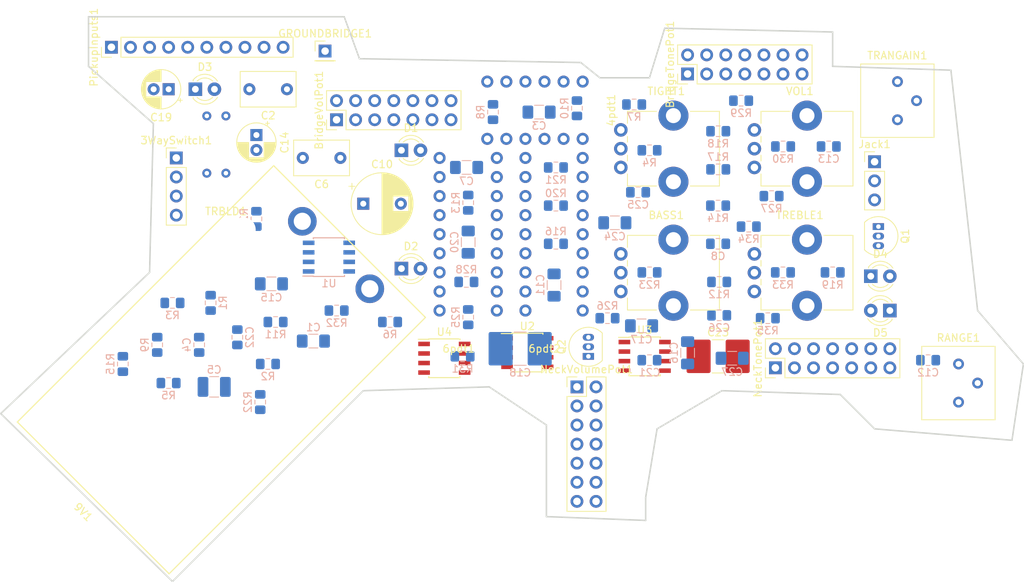
<source format=kicad_pcb>
(kicad_pcb (version 20171130) (host pcbnew "(5.0.0)")
  (layers (0 F.Cu signal) (31 B.Cu signal) (34 B.Paste user) (35 F.Paste user) (36 B.SilkS user) (37 F.SilkS user) (38 B.Mask user) (39 F.Mask user) (44 Edge.Cuts user))
  (net 0 "")
  (net 1 BROUT)
  (net 2 OUT)
  (net 3 NOUT)
  (net 4 BRGRN2)
  (net 5 BRRED)
  (net 6 BRRED2)
  (net 7 BRGRN)
  (net 8 NGRN)
  (net 9 NRED2)
  (net 10 "Net-(4pdt1-Pad6)")
  (net 11 NGRN2)
  (net 12 BVOUTTRAD)
  (net 13 BVINTRAD)
  (net 14 BVOUT)
  (net 15 "Net-(6pdt1-Pad5)")
  (net 16 NVOUTTRAD)
  (net 17 NVINTRAD)
  (net 18 NTONE)
  (net 19 "Net-(6pdt1-Pad11)")
  (net 20 NTONEIN)
  (net 21 BTONEIN)
  (net 22 BRTONEGANG1OUT)
  (net 23 "Net-(6pdt1-Pad18)")
  (net 24 "Net-(6pdt2-Pad18)")
  (net 25 "Net-(6pdt2-Pad17)")
  (net 26 "Net-(6pdt2-Pad16)")
  (net 27 "Net-(6pdt2-Pad15)")
  (net 28 "Net-(6pdt2-Pad14)")
  (net 29 "Net-(6pdt2-Pad13)")
  (net 30 GAINSTAGEPOTIN)
  (net 31 BRTONEGANG2IN)
  (net 32 BRTONEGANG1IN)
  (net 33 "Net-(6pdt2-Pad8)")
  (net 34 BRTONECAPIN)
  (net 35 ODout)
  (net 36 FinalOut)
  (net 37 ODin)
  (net 38 "Net-(9V1-Pad1)")
  (net 39 PWRGND)
  (net 40 "Net-(BASS1-Pad3)")
  (net 41 "Net-(BridgeTonePot1-Pad14)")
  (net 42 "Net-(BridgeTonePot1-Pad12)")
  (net 43 BRWHT)
  (net 44 "Net-(BridgeTonePot1-Pad10)")
  (net 45 BRBLACK)
  (net 46 GAINPOTOUT)
  (net 47 MASTEROUT)
  (net 48 "Net-(BridgeVolPot1-Pad8)")
  (net 49 "Net-(BridgeVolPot1-Pad14)")
  (net 50 "Net-(C1-Pad1)")
  (net 51 "Net-(C2-Pad1)")
  (net 52 "Net-(C3-Pad1)")
  (net 53 "Net-(C3-Pad2)")
  (net 54 "Net-(C4-Pad1)")
  (net 55 "Net-(C5-Pad1)")
  (net 56 "Net-(C6-Pad2)")
  (net 57 "Net-(C7-Pad1)")
  (net 58 "Net-(C8-Pad1)")
  (net 59 "Net-(C8-Pad2)")
  (net 60 "Net-(C10-Pad1)")
  (net 61 "Net-(C12-Pad2)")
  (net 62 PRESIN)
  (net 63 "Net-(C13-Pad1)")
  (net 64 "Net-(C14-Pad1)")
  (net 65 "Net-(C16-Pad1)")
  (net 66 "Net-(C17-Pad2)")
  (net 67 "Net-(C17-Pad1)")
  (net 68 "Net-(C18-Pad1)")
  (net 69 "Net-(C19-Pad1)")
  (net 70 ODMIDIN)
  (net 71 "Net-(C21-Pad2)")
  (net 72 "Net-(C22-Pad1)")
  (net 73 "Net-(C23-Pad1)")
  (net 74 "Net-(C25-Pad1)")
  (net 75 "Net-(C26-Pad2)")
  (net 76 "Net-(C27-Pad1)")
  (net 77 "Net-(D3-Pad1)")
  (net 78 Vref2)
  (net 79 "Net-(NeckTonePot1-Pad14)")
  (net 80 "Net-(NeckTonePot1-Pad12)")
  (net 81 NBLACK)
  (net 82 "Net-(NeckTonePot1-Pad7)")
  (net 83 "Net-(NeckTonePot1-Pad6)")
  (net 84 PRESOUT)
  (net 85 ODMIDGND)
  (net 86 ODMIDOUT)
  (net 87 "Net-(NeckVolumePot1-Pad14)")
  (net 88 "Net-(Q1-Pad2)")
  (net 89 "Net-(Q2-Pad2)")
  (net 90 Vref)
  (net 91 "Net-(R15-Pad2)")
  (net 92 "Net-(R7-Pad2)")
  (net 93 "Net-(R13-Pad1)")
  (net 94 "Net-(R17-Pad1)")
  (net 95 "Net-(R22-Pad1)")
  (net 96 "Net-(R27-Pad1)")
  (net 97 "Net-(R28-Pad1)")
  (net 98 "Net-(R29-Pad1)")
  (net 99 "Net-(R30-Pad2)")
  (net 100 "Net-(TREBLE1-Pad2)")
  (module Pin_Headers:Pin_Header_Straight_1x04_Pitch2.54mm (layer F.Cu) (at 66.548 48.26)
    (fp_text reference 3WaySwitch1 (at 0 -2.33) (layer F.SilkS))
    (fp_text value Conn_01x04)
    (pad 4 thru_hole oval (at 0 7.62) (size 1.7 1.7) (drill 1) (layers *.Cu *.Mask) (net 1 BROUT))
    (pad 3 thru_hole oval (at 0 5.08) (size 1.7 1.7) (drill 1) (layers *.Cu *.Mask) (net 2 OUT))
    (pad 2 thru_hole oval (at 0 2.54) (size 1.7 1.7) (drill 1) (layers *.Cu *.Mask) (net 3 NOUT))
    (pad 1 thru_hole rect (at 0 0) (size 1.7 1.7) (drill 1) (layers *.Cu *.Mask) (net 4 BRGRN2))
  )
  (module 4pdtFP:4pdtFP (layer F.Cu) (at 133.35 43.18 90)
    (fp_text reference 4pdt1 (at 1.27 -8.89 90) (layer F.SilkS))
    (fp_text value Conn_02x06_Counter_Clockwise)
    (pad 1 thru_hole circle (at -2.54 -25.4 90) (size 1.6 1.6) (drill 0.9) (layers *.Cu *.Mask) (net 5 BRRED))
    (pad 2 thru_hole circle (at -2.54 -22.86 90) (size 1.6 1.6) (drill 0.9) (layers *.Cu *.Mask) (net 6 BRRED2))
    (pad 3 thru_hole circle (at -2.54 -20.32 90) (size 1.6 1.6) (drill 0.9) (layers *.Cu *.Mask) (net 7 BRGRN))
    (pad 4 thru_hole circle (at -2.54 -17.78 90) (size 1.6 1.6) (drill 0.9) (layers *.Cu *.Mask) (net 8 NGRN))
    (pad 5 thru_hole circle (at -2.54 -15.24 90) (size 1.6 1.6) (drill 0.9) (layers *.Cu *.Mask) (net 9 NRED2))
    (pad 6 thru_hole circle (at -2.54 -12.7 90) (size 1.6 1.6) (drill 0.9) (layers *.Cu *.Mask) (net 10 "Net-(4pdt1-Pad6)"))
    (pad 7 thru_hole circle (at 5.08 -12.7 90) (size 1.6 1.6) (drill 0.9) (layers *.Cu *.Mask) (net 10 "Net-(4pdt1-Pad6)"))
    (pad 8 thru_hole circle (at 5.08 -15.24 90) (size 1.6 1.6) (drill 0.9) (layers *.Cu *.Mask) (net 11 NGRN2))
    (pad 9 thru_hole circle (at 5.08 -17.78 90) (size 1.6 1.6) (drill 0.9) (layers *.Cu *.Mask) (net 8 NGRN))
    (pad 10 thru_hole circle (at 5.08 -20.32 90) (size 1.6 1.6) (drill 0.9) (layers *.Cu *.Mask) (net 5 BRRED))
    (pad 11 thru_hole circle (at 5.08 -22.86 90) (size 1.6 1.6) (drill 0.9) (layers *.Cu *.Mask) (net 4 BRGRN2))
    (pad 12 thru_hole circle (at 5.08 -25.4 90) (size 1.6 1.6) (drill 0.9) (layers *.Cu *.Mask) (net 7 BRGRN))
  )
  (module 6pdtFP:6pdtFP (layer F.Cu) (at 104.14 76.2)
    (fp_text reference 6pdt1 (at 0 -2.54) (layer F.SilkS))
    (fp_text value Conn_02x09_Odd_Even)
    (pad 1 thru_hole circle (at -2.54 -27.94) (size 1.6 1.6) (drill 0.9) (layers *.Cu *.Mask) (net 12 BVOUTTRAD))
    (pad 2 thru_hole circle (at 5.08 -27.94) (size 1.6 1.6) (drill 0.9) (layers *.Cu *.Mask) (net 13 BVINTRAD))
    (pad 3 thru_hole circle (at -2.54 -25.4) (size 1.6 1.6) (drill 0.9) (layers *.Cu *.Mask) (net 14 BVOUT))
    (pad 4 thru_hole circle (at 5.08 -25.4) (size 1.6 1.6) (drill 0.9) (layers *.Cu *.Mask) (net 6 BRRED2))
    (pad 5 thru_hole circle (at -2.54 -22.86) (size 1.6 1.6) (drill 0.9) (layers *.Cu *.Mask) (net 15 "Net-(6pdt1-Pad5)"))
    (pad 6 thru_hole circle (at 5.08 -22.86) (size 1.6 1.6) (drill 0.9) (layers *.Cu *.Mask) (net 15 "Net-(6pdt1-Pad5)"))
    (pad 7 thru_hole circle (at -2.54 -20.32) (size 1.6 1.6) (drill 0.9) (layers *.Cu *.Mask) (net 16 NVOUTTRAD))
    (pad 8 thru_hole circle (at 5.08 -20.32) (size 1.6 1.6) (drill 0.9) (layers *.Cu *.Mask) (net 17 NVINTRAD))
    (pad 9 thru_hole circle (at -2.54 -17.78) (size 1.6 1.6) (drill 0.9) (layers *.Cu *.Mask) (net 3 NOUT))
    (pad 10 thru_hole circle (at 5.08 -17.78) (size 1.6 1.6) (drill 0.9) (layers *.Cu *.Mask) (net 18 NTONE))
    (pad 11 thru_hole circle (at -2.54 -15.24) (size 1.6 1.6) (drill 0.9) (layers *.Cu *.Mask) (net 19 "Net-(6pdt1-Pad11)"))
    (pad 12 thru_hole circle (at 5.08 -15.24) (size 1.6 1.6) (drill 0.9) (layers *.Cu *.Mask) (net 19 "Net-(6pdt1-Pad11)"))
    (pad 13 thru_hole circle (at -2.54 -12.7) (size 1.6 1.6) (drill 0.9) (layers *.Cu *.Mask) (net 6 BRRED2))
    (pad 14 thru_hole circle (at 5.08 -12.7) (size 1.6 1.6) (drill 0.9) (layers *.Cu *.Mask) (net 20 NTONEIN))
    (pad 15 thru_hole circle (at -2.54 -10.16) (size 1.6 1.6) (drill 0.9) (layers *.Cu *.Mask) (net 21 BTONEIN))
    (pad 16 thru_hole circle (at 5.08 -10.16) (size 1.6 1.6) (drill 0.9) (layers *.Cu *.Mask) (net 18 NTONE))
    (pad 17 thru_hole circle (at -2.54 -7.62) (size 1.6 1.6) (drill 0.9) (layers *.Cu *.Mask) (net 22 BRTONEGANG1OUT))
    (pad 18 thru_hole circle (at 5.08 -7.62) (size 1.6 1.6) (drill 0.9) (layers *.Cu *.Mask) (net 23 "Net-(6pdt1-Pad18)"))
  )
  (module 6pdtFP:6pdtFP (layer F.Cu) (at 115.57 76.2)
    (fp_text reference 6pdt2 (at 0 -2.54) (layer F.SilkS))
    (fp_text value Conn_02x09_Odd_Even)
    (pad 18 thru_hole circle (at 5.08 -7.62) (size 1.6 1.6) (drill 0.9) (layers *.Cu *.Mask) (net 24 "Net-(6pdt2-Pad18)"))
    (pad 17 thru_hole circle (at -2.54 -7.62) (size 1.6 1.6) (drill 0.9) (layers *.Cu *.Mask) (net 25 "Net-(6pdt2-Pad17)"))
    (pad 16 thru_hole circle (at 5.08 -10.16) (size 1.6 1.6) (drill 0.9) (layers *.Cu *.Mask) (net 26 "Net-(6pdt2-Pad16)"))
    (pad 15 thru_hole circle (at -2.54 -10.16) (size 1.6 1.6) (drill 0.9) (layers *.Cu *.Mask) (net 27 "Net-(6pdt2-Pad15)"))
    (pad 14 thru_hole circle (at 5.08 -12.7) (size 1.6 1.6) (drill 0.9) (layers *.Cu *.Mask) (net 28 "Net-(6pdt2-Pad14)"))
    (pad 13 thru_hole circle (at -2.54 -12.7) (size 1.6 1.6) (drill 0.9) (layers *.Cu *.Mask) (net 29 "Net-(6pdt2-Pad13)"))
    (pad 12 thru_hole circle (at 5.08 -15.24) (size 1.6 1.6) (drill 0.9) (layers *.Cu *.Mask) (net 30 GAINSTAGEPOTIN))
    (pad 11 thru_hole circle (at -2.54 -15.24) (size 1.6 1.6) (drill 0.9) (layers *.Cu *.Mask) (net 31 BRTONEGANG2IN))
    (pad 10 thru_hole circle (at 5.08 -17.78) (size 1.6 1.6) (drill 0.9) (layers *.Cu *.Mask) (net 32 BRTONEGANG1IN))
    (pad 9 thru_hole circle (at -2.54 -17.78) (size 1.6 1.6) (drill 0.9) (layers *.Cu *.Mask) (net 22 BRTONEGANG1OUT))
    (pad 8 thru_hole circle (at 5.08 -20.32) (size 1.6 1.6) (drill 0.9) (layers *.Cu *.Mask) (net 33 "Net-(6pdt2-Pad8)"))
    (pad 7 thru_hole circle (at -2.54 -20.32) (size 1.6 1.6) (drill 0.9) (layers *.Cu *.Mask) (net 34 BRTONECAPIN))
    (pad 6 thru_hole circle (at 5.08 -22.86) (size 1.6 1.6) (drill 0.9) (layers *.Cu *.Mask) (net 35 ODout))
    (pad 5 thru_hole circle (at -2.54 -22.86) (size 1.6 1.6) (drill 0.9) (layers *.Cu *.Mask) (net 2 OUT))
    (pad 4 thru_hole circle (at 5.08 -25.4) (size 1.6 1.6) (drill 0.9) (layers *.Cu *.Mask) (net 36 FinalOut))
    (pad 3 thru_hole circle (at -2.54 -25.4) (size 1.6 1.6) (drill 0.9) (layers *.Cu *.Mask) (net 37 ODin))
    (pad 2 thru_hole circle (at 5.08 -27.94) (size 1.6 1.6) (drill 0.9) (layers *.Cu *.Mask) (net 2 OUT))
    (pad 1 thru_hole circle (at -2.54 -27.94) (size 1.6 1.6) (drill 0.9) (layers *.Cu *.Mask) (net 4 BRGRN2))
  )
  (module 9vHolder:9vholder (layer F.Cu) (at 56.388 101.6 315)
    (fp_text reference 9V1 (at -5.969 -2.794 315) (layer F.SilkS))
    (fp_text value Battery)
    (pad 1 thru_hole circle (at 0 -50.799999 315) (size 3.81 3.81) (drill 2.286) (layers *.Cu *.Mask) (net 38 "Net-(9V1-Pad1)"))
    (pad 2 thru_hole circle (at -12.700001 -50.8 315) (size 3.81 3.81) (drill 2.286) (layers *.Cu *.Mask) (net 39 PWRGND))
    (pad "" np_thru_hole circle (at -17.4625 -44.45 315) (size 3.302 3.302) (drill 3.302) (layers *.Cu *.Mask))
    (pad "" np_thru_hole circle (at 4.7625 -44.449999 315) (size 3.302 3.302) (drill 3.302) (layers *.Cu *.Mask))
    (pad "" np_thru_hole circle (at 4.762501 -9.8425 315) (size 3.302 3.302) (drill 3.302) (layers *.Cu *.Mask))
    (pad "" np_thru_hole circle (at -17.4625 -9.8425 315) (size 3.302 3.302) (drill 3.302) (layers *.Cu *.Mask))
  )
  (module Potentiometer_THT:Potentiometer_Bourns_PTV09A-1_Single_Vertical (layer F.Cu) (at 125.73 66.04)
    (fp_text reference BASS1 (at 6.05 -10.15) (layer F.SilkS))
    (fp_text value 100k)
    (pad "" np_thru_hole circle (at 7 1.9) (size 4 4) (drill 2) (layers *.Cu *.Mask))
    (pad "" np_thru_hole circle (at 7 -6.9) (size 4 4) (drill 2) (layers *.Cu *.Mask))
    (pad 1 thru_hole circle (at 0 0) (size 1.8 1.8) (drill 1) (layers *.Cu *.Mask) (net 4 BRGRN2))
    (pad 2 thru_hole circle (at 0 -2.5) (size 1.8 1.8) (drill 1) (layers *.Cu *.Mask) (net 4 BRGRN2))
    (pad 3 thru_hole circle (at 0 -5) (size 1.8 1.8) (drill 1) (layers *.Cu *.Mask) (net 40 "Net-(BASS1-Pad3)"))
  )
  (module Pin_Headers:Pin_Header_Straight_2x07_Pitch2.54mm (layer F.Cu) (at 134.62 37.084 90)
    (fp_text reference BridgeTonePot1 (at 1.27 -2.33 90) (layer F.SilkS))
    (fp_text value Conn_02x07_Odd_Even)
    (pad 14 thru_hole oval (at 2.54 15.24 90) (size 1.7 1.7) (drill 1) (layers *.Cu *.Mask) (net 41 "Net-(BridgeTonePot1-Pad14)"))
    (pad 13 thru_hole oval (at 0 15.24 90) (size 1.7 1.7) (drill 1) (layers *.Cu *.Mask) (net 4 BRGRN2))
    (pad 12 thru_hole oval (at 2.54 12.7 90) (size 1.7 1.7) (drill 1) (layers *.Cu *.Mask) (net 42 "Net-(BridgeTonePot1-Pad12)"))
    (pad 11 thru_hole oval (at 0 12.7 90) (size 1.7 1.7) (drill 1) (layers *.Cu *.Mask) (net 43 BRWHT))
    (pad 10 thru_hole oval (at 2.54 10.16 90) (size 1.7 1.7) (drill 1) (layers *.Cu *.Mask) (net 44 "Net-(BridgeTonePot1-Pad10)"))
    (pad 9 thru_hole oval (at 0 10.16 90) (size 1.7 1.7) (drill 1) (layers *.Cu *.Mask) (net 42 "Net-(BridgeTonePot1-Pad12)"))
    (pad 8 thru_hole oval (at 2.54 7.62 90) (size 1.7 1.7) (drill 1) (layers *.Cu *.Mask) (net 45 BRBLACK))
    (pad 7 thru_hole oval (at 0 7.62 90) (size 1.7 1.7) (drill 1) (layers *.Cu *.Mask) (net 4 BRGRN2))
    (pad 6 thru_hole oval (at 2.54 5.08 90) (size 1.7 1.7) (drill 1) (layers *.Cu *.Mask) (net 32 BRTONEGANG1IN))
    (pad 5 thru_hole oval (at 0 5.08 90) (size 1.7 1.7) (drill 1) (layers *.Cu *.Mask) (net 21 BTONEIN))
    (pad 4 thru_hole oval (at 2.54 2.54 90) (size 1.7 1.7) (drill 1) (layers *.Cu *.Mask) (net 22 BRTONEGANG1OUT))
    (pad 3 thru_hole oval (at 0 2.54 90) (size 1.7 1.7) (drill 1) (layers *.Cu *.Mask) (net 31 BRTONEGANG2IN))
    (pad 2 thru_hole oval (at 2.54 0 90) (size 1.7 1.7) (drill 1) (layers *.Cu *.Mask) (net 46 GAINPOTOUT))
    (pad 1 thru_hole rect (at 0 0 90) (size 1.7 1.7) (drill 1) (layers *.Cu *.Mask) (net 46 GAINPOTOUT))
  )
  (module Pin_Headers:Pin_Header_Straight_2x07_Pitch2.54mm (layer F.Cu) (at 87.884 43.18 90)
    (fp_text reference BridgeVolPot1 (at 1.27 -2.33 90) (layer F.SilkS))
    (fp_text value Conn_02x07_Odd_Even)
    (pad 1 thru_hole rect (at 0 0 90) (size 1.7 1.7) (drill 1) (layers *.Cu *.Mask) (net 4 BRGRN2))
    (pad 2 thru_hole oval (at 2.54 0 90) (size 1.7 1.7) (drill 1) (layers *.Cu *.Mask) (net 47 MASTEROUT))
    (pad 3 thru_hole oval (at 0 2.54 90) (size 1.7 1.7) (drill 1) (layers *.Cu *.Mask) (net 37 ODin))
    (pad 4 thru_hole oval (at 2.54 2.54 90) (size 1.7 1.7) (drill 1) (layers *.Cu *.Mask) (net 4 BRGRN2))
    (pad 5 thru_hole oval (at 0 5.08 90) (size 1.7 1.7) (drill 1) (layers *.Cu *.Mask) (net 12 BVOUTTRAD))
    (pad 6 thru_hole oval (at 2.54 5.08 90) (size 1.7 1.7) (drill 1) (layers *.Cu *.Mask) (net 13 BVINTRAD))
    (pad 7 thru_hole oval (at 0 7.62 90) (size 1.7 1.7) (drill 1) (layers *.Cu *.Mask) (net 14 BVOUT))
    (pad 8 thru_hole oval (at 2.54 7.62 90) (size 1.7 1.7) (drill 1) (layers *.Cu *.Mask) (net 48 "Net-(BridgeVolPot1-Pad8)"))
    (pad 9 thru_hole oval (at 0 10.16 90) (size 1.7 1.7) (drill 1) (layers *.Cu *.Mask) (net 4 BRGRN2))
    (pad 10 thru_hole oval (at 2.54 10.16 90) (size 1.7 1.7) (drill 1) (layers *.Cu *.Mask) (net 3 NOUT))
    (pad 11 thru_hole oval (at 0 12.7 90) (size 1.7 1.7) (drill 1) (layers *.Cu *.Mask) (net 1 BROUT))
    (pad 12 thru_hole oval (at 2.54 12.7 90) (size 1.7 1.7) (drill 1) (layers *.Cu *.Mask) (net 14 BVOUT))
    (pad 13 thru_hole oval (at 0 15.24 90) (size 1.7 1.7) (drill 1) (layers *.Cu *.Mask) (net 4 BRGRN2))
    (pad 14 thru_hole oval (at 2.54 15.24 90) (size 1.7 1.7) (drill 1) (layers *.Cu *.Mask) (net 49 "Net-(BridgeVolPot1-Pad14)"))
  )
  (module Capacitor_SMD:C_1206_3216Metric_Pad1.42x1.75mm_HandSolder (layer B.Cu) (at 84.7995 72.644 180)
    (fp_text reference C1 (at 0 1.82 180) (layer B.SilkS) (effects (justify mirror)))
    (fp_text value 22n)
    (pad 2 smd roundrect (at 1.4875 0 180) (size 1.425 1.75) (layers B.Cu B.Paste B.Mask) (roundrect_rratio 0.175439) (net 47 MASTEROUT))
    (pad 1 smd roundrect (at -1.4875 0 180) (size 1.425 1.75) (layers B.Cu B.Paste B.Mask) (roundrect_rratio 0.175439) (net 50 "Net-(C1-Pad1)"))
  )
  (module Capacitor_THT:C_Rect_L7.2mm_W4.5mm_P5.00mm_FKS2_FKP2_MKS2_MKP2 (layer F.Cu) (at 81.28 39.116 180)
    (fp_text reference C2 (at 2.5 -3.5 180) (layer F.SilkS))
    (fp_text value 47p)
    (pad 1 thru_hole circle (at 0 0 180) (size 1.6 1.6) (drill 0.8) (layers *.Cu *.Mask) (net 51 "Net-(C2-Pad1)"))
    (pad 2 thru_hole circle (at 5 0 180) (size 1.6 1.6) (drill 0.8) (layers *.Cu *.Mask) (net 4 BRGRN2))
  )
  (module Capacitor_SMD:C_1206_3216Metric_Pad1.42x1.75mm_HandSolder (layer B.Cu) (at 114.8445 42.164)
    (fp_text reference C3 (at 0 1.82) (layer B.SilkS) (effects (justify mirror)))
    (fp_text value 10n)
    (pad 1 smd roundrect (at -1.4875 0) (size 1.425 1.75) (layers B.Cu B.Paste B.Mask) (roundrect_rratio 0.175439) (net 52 "Net-(C3-Pad1)"))
    (pad 2 smd roundrect (at 1.4875 0) (size 1.425 1.75) (layers B.Cu B.Paste B.Mask) (roundrect_rratio 0.175439) (net 53 "Net-(C3-Pad2)"))
  )
  (module Capacitor_SMD:C_0805_2012Metric_Pad1.15x1.40mm_HandSolder (layer B.Cu) (at 69.596 73.143 270)
    (fp_text reference C4 (at 0 1.65 270) (layer B.SilkS) (effects (justify mirror)))
    (fp_text value 1n)
    (pad 2 smd roundrect (at 1.025 0 270) (size 1.15 1.4) (layers B.Cu B.Paste B.Mask) (roundrect_rratio 0.217391) (net 4 BRGRN2))
    (pad 1 smd roundrect (at -1.025 0 270) (size 1.15 1.4) (layers B.Cu B.Paste B.Mask) (roundrect_rratio 0.217391) (net 54 "Net-(C4-Pad1)"))
  )
  (module Capacitor_SMD:C_1210_3225Metric_Pad1.42x2.65mm_HandSolder (layer B.Cu) (at 71.5915 78.74 180)
    (fp_text reference C5 (at 0 2.28 180) (layer B.SilkS) (effects (justify mirror)))
    (fp_text value 100n)
    (pad 1 smd roundrect (at -1.4875 0 180) (size 1.425 2.65) (layers B.Cu B.Paste B.Mask) (roundrect_rratio 0.175439) (net 55 "Net-(C5-Pad1)"))
    (pad 2 smd roundrect (at 1.4875 0 180) (size 1.425 2.65) (layers B.Cu B.Paste B.Mask) (roundrect_rratio 0.175439) (net 4 BRGRN2))
  )
  (module Capacitor_THT:C_Rect_L7.2mm_W4.5mm_P5.00mm_FKS2_FKP2_MKS2_MKP2 (layer F.Cu) (at 88.392 48.26 180)
    (fp_text reference C6 (at 2.5 -3.5 180) (layer F.SilkS))
    (fp_text value 47p)
    (pad 2 thru_hole circle (at 5 0 180) (size 1.6 1.6) (drill 0.8) (layers *.Cu *.Mask) (net 56 "Net-(C6-Pad2)"))
    (pad 1 thru_hole circle (at 0 0 180) (size 1.6 1.6) (drill 0.8) (layers *.Cu *.Mask) (net 30 GAINSTAGEPOTIN))
  )
  (module Capacitor_SMD:C_1206_3216Metric_Pad1.42x1.75mm_HandSolder (layer B.Cu) (at 105.1925 49.53)
    (fp_text reference C7 (at 0 1.82) (layer B.SilkS) (effects (justify mirror)))
    (fp_text value 47n)
    (pad 2 smd roundrect (at 1.4875 0) (size 1.425 1.75) (layers B.Cu B.Paste B.Mask) (roundrect_rratio 0.175439) (net 30 GAINSTAGEPOTIN))
    (pad 1 smd roundrect (at -1.4875 0) (size 1.425 1.75) (layers B.Cu B.Paste B.Mask) (roundrect_rratio 0.175439) (net 57 "Net-(C7-Pad1)"))
  )
  (module Capacitor_SMD:C_0805_2012Metric_Pad1.15x1.40mm_HandSolder (layer B.Cu) (at 138.675 59.69)
    (fp_text reference C8 (at 0 1.65) (layer B.SilkS) (effects (justify mirror)))
    (fp_text value 470p)
    (pad 1 smd roundrect (at -1.025 0) (size 1.15 1.4) (layers B.Cu B.Paste B.Mask) (roundrect_rratio 0.217391) (net 58 "Net-(C8-Pad1)"))
    (pad 2 smd roundrect (at 1.025 0) (size 1.15 1.4) (layers B.Cu B.Paste B.Mask) (roundrect_rratio 0.217391) (net 59 "Net-(C8-Pad2)"))
  )
  (module Capacitor_THT:CP_Radial_D8.0mm_P5.00mm (layer F.Cu) (at 91.44 54.356)
    (fp_text reference C10 (at 2.5 -5.25) (layer F.SilkS))
    (fp_text value 100u)
    (pad 1 thru_hole rect (at 0 0) (size 1.6 1.6) (drill 0.8) (layers *.Cu *.Mask) (net 60 "Net-(C10-Pad1)"))
    (pad 2 thru_hole circle (at 5 0) (size 1.6 1.6) (drill 0.8) (layers *.Cu *.Mask) (net 4 BRGRN2))
  )
  (module Capacitor_SMD:C_1206_3216Metric_Pad1.42x1.75mm_HandSolder (layer B.Cu) (at 116.84 65.1875 270)
    (fp_text reference C11 (at 0 1.82 270) (layer B.SilkS) (effects (justify mirror)))
    (fp_text value 100n)
    (pad 1 smd roundrect (at -1.4875 0 270) (size 1.425 1.75) (layers B.Cu B.Paste B.Mask) (roundrect_rratio 0.175439) (net 60 "Net-(C10-Pad1)"))
    (pad 2 smd roundrect (at 1.4875 0 270) (size 1.425 1.75) (layers B.Cu B.Paste B.Mask) (roundrect_rratio 0.175439) (net 4 BRGRN2))
  )
  (module Capacitor_SMD:C_0805_2012Metric_Pad1.15x1.40mm_HandSolder (layer B.Cu) (at 166.633 75.184)
    (fp_text reference C12 (at 0 1.65) (layer B.SilkS) (effects (justify mirror)))
    (fp_text value 220p)
    (pad 2 smd roundrect (at 1.025 0) (size 1.15 1.4) (layers B.Cu B.Paste B.Mask) (roundrect_rratio 0.217391) (net 61 "Net-(C12-Pad2)"))
    (pad 1 smd roundrect (at -1.025 0) (size 1.15 1.4) (layers B.Cu B.Paste B.Mask) (roundrect_rratio 0.217391) (net 62 PRESIN))
  )
  (module Capacitor_SMD:C_0805_2012Metric_Pad1.15x1.40mm_HandSolder (layer B.Cu) (at 153.407 46.736)
    (fp_text reference C13 (at 0 1.65) (layer B.SilkS) (effects (justify mirror)))
    (fp_text value 10n)
    (pad 2 smd roundrect (at 1.025 0) (size 1.15 1.4) (layers B.Cu B.Paste B.Mask) (roundrect_rratio 0.217391) (net 4 BRGRN2))
    (pad 1 smd roundrect (at -1.025 0) (size 1.15 1.4) (layers B.Cu B.Paste B.Mask) (roundrect_rratio 0.217391) (net 63 "Net-(C13-Pad1)"))
  )
  (module Capacitor_THT:CP_Radial_D5.0mm_P2.00mm (layer F.Cu) (at 77.216 45.212 270)
    (fp_text reference C14 (at 1 -3.75 270) (layer F.SilkS))
    (fp_text value 22u)
    (pad 1 thru_hole rect (at 0 0 270) (size 1.6 1.6) (drill 0.8) (layers *.Cu *.Mask) (net 64 "Net-(C14-Pad1)"))
    (pad 2 thru_hole circle (at 2 0 270) (size 1.6 1.6) (drill 0.8) (layers *.Cu *.Mask) (net 4 BRGRN2))
  )
  (module Capacitor_SMD:C_1206_3216Metric_Pad1.42x1.75mm_HandSolder (layer B.Cu) (at 79.2115 65.024)
    (fp_text reference C15 (at 0 1.82) (layer B.SilkS) (effects (justify mirror)))
    (fp_text value 100n)
    (pad 2 smd roundrect (at 1.4875 0) (size 1.425 1.75) (layers B.Cu B.Paste B.Mask) (roundrect_rratio 0.175439) (net 4 BRGRN2))
    (pad 1 smd roundrect (at -1.4875 0) (size 1.425 1.75) (layers B.Cu B.Paste B.Mask) (roundrect_rratio 0.175439) (net 64 "Net-(C14-Pad1)"))
  )
  (module Capacitor_SMD:C_1206_3216Metric_Pad1.42x1.75mm_HandSolder (layer B.Cu) (at 134.62 74.2045 270)
    (fp_text reference C16 (at 0 1.82 270) (layer B.SilkS) (effects (justify mirror)))
    (fp_text value 4.7n)
    (pad 1 smd roundrect (at -1.4875 0 270) (size 1.425 1.75) (layers B.Cu B.Paste B.Mask) (roundrect_rratio 0.175439) (net 65 "Net-(C16-Pad1)"))
    (pad 2 smd roundrect (at 1.4875 0 270) (size 1.425 1.75) (layers B.Cu B.Paste B.Mask) (roundrect_rratio 0.175439) (net 4 BRGRN2))
  )
  (module Capacitor_SMD:C_1206_3216Metric_Pad1.42x1.75mm_HandSolder (layer B.Cu) (at 128.4875 70.612)
    (fp_text reference C17 (at 0 1.82) (layer B.SilkS) (effects (justify mirror)))
    (fp_text value 22n)
    (pad 2 smd roundrect (at 1.4875 0) (size 1.425 1.75) (layers B.Cu B.Paste B.Mask) (roundrect_rratio 0.175439) (net 66 "Net-(C17-Pad2)"))
    (pad 1 smd roundrect (at -1.4875 0) (size 1.425 1.75) (layers B.Cu B.Paste B.Mask) (roundrect_rratio 0.175439) (net 67 "Net-(C17-Pad1)"))
  )
  (module Capacitor_SMD:C_2816_7142Metric_Pad3.20x4.45mm_HandSolder (layer B.Cu) (at 112.328 73.66)
    (fp_text reference C18 (at 0 3.18) (layer B.SilkS) (effects (justify mirror)))
    (fp_text value 220n)
    (pad 2 smd roundrect (at 2.6 0) (size 3.2 4.45) (layers B.Cu B.Paste B.Mask) (roundrect_rratio 0.078125) (net 40 "Net-(BASS1-Pad3)"))
    (pad 1 smd roundrect (at -2.6 0) (size 3.2 4.45) (layers B.Cu B.Paste B.Mask) (roundrect_rratio 0.078125) (net 68 "Net-(C18-Pad1)"))
  )
  (module Capacitor_THT:CP_Radial_D5.0mm_P2.00mm (layer F.Cu) (at 65.532 39.116 180)
    (fp_text reference C19 (at 1 -3.75 180) (layer F.SilkS))
    (fp_text value 22u)
    (pad 2 thru_hole circle (at 2 0 180) (size 1.6 1.6) (drill 0.8) (layers *.Cu *.Mask) (net 4 BRGRN2))
    (pad 1 thru_hole rect (at 0 0 180) (size 1.6 1.6) (drill 0.8) (layers *.Cu *.Mask) (net 69 "Net-(C19-Pad1)"))
  )
  (module Capacitor_SMD:C_1206_3216Metric_Pad1.42x1.75mm_HandSolder (layer B.Cu) (at 105.41 59.4725 270)
    (fp_text reference C20 (at 0 1.82 270) (layer B.SilkS) (effects (justify mirror)))
    (fp_text value 100n)
    (pad 1 smd roundrect (at -1.4875 0 270) (size 1.425 1.75) (layers B.Cu B.Paste B.Mask) (roundrect_rratio 0.175439) (net 69 "Net-(C19-Pad1)"))
    (pad 2 smd roundrect (at 1.4875 0 270) (size 1.425 1.75) (layers B.Cu B.Paste B.Mask) (roundrect_rratio 0.175439) (net 4 BRGRN2))
  )
  (module Capacitor_SMD:C_0805_2012Metric_Pad1.15x1.40mm_HandSolder (layer B.Cu) (at 129.54 75.184)
    (fp_text reference C21 (at 0 1.65) (layer B.SilkS) (effects (justify mirror)))
    (fp_text value 2.2n)
    (pad 1 smd roundrect (at -1.025 0) (size 1.15 1.4) (layers B.Cu B.Paste B.Mask) (roundrect_rratio 0.217391) (net 70 ODMIDIN))
    (pad 2 smd roundrect (at 1.025 0) (size 1.15 1.4) (layers B.Cu B.Paste B.Mask) (roundrect_rratio 0.217391) (net 71 "Net-(C21-Pad2)"))
  )
  (module Capacitor_SMD:C_0805_2012Metric_Pad1.15x1.40mm_HandSolder (layer B.Cu) (at 74.676 72.136 90)
    (fp_text reference C22 (at 0 1.65 90) (layer B.SilkS) (effects (justify mirror)))
    (fp_text value 10n)
    (pad 1 smd roundrect (at -1.025 0 90) (size 1.15 1.4) (layers B.Cu B.Paste B.Mask) (roundrect_rratio 0.217391) (net 72 "Net-(C22-Pad1)"))
    (pad 2 smd roundrect (at 1.025 0 90) (size 1.15 1.4) (layers B.Cu B.Paste B.Mask) (roundrect_rratio 0.217391) (net 4 BRGRN2))
  )
  (module Capacitor_SMD:C_2816_7142Metric_Pad3.20x4.45mm_HandSolder (layer F.Cu) (at 138.684 74.676)
    (fp_text reference C23 (at 0 -3.18) (layer F.SilkS))
    (fp_text value 220n)
    (pad 1 smd roundrect (at -2.6 0) (size 3.2 4.45) (layers F.Cu F.Paste F.Mask) (roundrect_rratio 0.078125) (net 73 "Net-(C23-Pad1)"))
    (pad 2 smd roundrect (at 2.6 0) (size 3.2 4.45) (layers F.Cu F.Paste F.Mask) (roundrect_rratio 0.078125) (net 70 ODMIDIN))
  )
  (module Capacitor_SMD:C_1206_3216Metric_Pad1.42x1.75mm_HandSolder (layer B.Cu) (at 124.9315 56.896)
    (fp_text reference C24 (at 0 1.82) (layer B.SilkS) (effects (justify mirror)))
    (fp_text value .022u)
    (pad 1 smd roundrect (at -1.4875 0) (size 1.425 1.75) (layers B.Cu B.Paste B.Mask) (roundrect_rratio 0.175439) (net 34 BRTONECAPIN))
    (pad 2 smd roundrect (at 1.4875 0) (size 1.425 1.75) (layers B.Cu B.Paste B.Mask) (roundrect_rratio 0.175439) (net 4 BRGRN2))
  )
  (module Capacitor_SMD:C_0805_2012Metric_Pad1.15x1.40mm_HandSolder (layer B.Cu) (at 128.025 52.832)
    (fp_text reference C25 (at 0 1.65) (layer B.SilkS) (effects (justify mirror)))
    (fp_text value 470p)
    (pad 2 smd roundrect (at 1.025 0) (size 1.15 1.4) (layers B.Cu B.Paste B.Mask) (roundrect_rratio 0.217391) (net 12 BVOUTTRAD))
    (pad 1 smd roundrect (at -1.025 0) (size 1.15 1.4) (layers B.Cu B.Paste B.Mask) (roundrect_rratio 0.217391) (net 74 "Net-(C25-Pad1)"))
  )
  (module Capacitor_SMD:C_0805_2012Metric_Pad1.15x1.40mm_HandSolder (layer B.Cu) (at 138.82 69.215)
    (fp_text reference C26 (at 0 1.65) (layer B.SilkS) (effects (justify mirror)))
    (fp_text value 470p)
    (pad 1 smd roundrect (at -1.025 0) (size 1.15 1.4) (layers B.Cu B.Paste B.Mask) (roundrect_rratio 0.217391) (net 17 NVINTRAD))
    (pad 2 smd roundrect (at 1.025 0) (size 1.15 1.4) (layers B.Cu B.Paste B.Mask) (roundrect_rratio 0.217391) (net 75 "Net-(C26-Pad2)"))
  )
  (module Capacitor_SMD:C_1206_3216Metric_Pad1.42x1.75mm_HandSolder (layer B.Cu) (at 140.5525 74.93)
    (fp_text reference C27 (at 0 1.82) (layer B.SilkS) (effects (justify mirror)))
    (fp_text value .022u)
    (pad 2 smd roundrect (at 1.4875 0) (size 1.425 1.75) (layers B.Cu B.Paste B.Mask) (roundrect_rratio 0.175439) (net 4 BRGRN2))
    (pad 1 smd roundrect (at -1.4875 0) (size 1.425 1.75) (layers B.Cu B.Paste B.Mask) (roundrect_rratio 0.175439) (net 76 "Net-(C27-Pad1)"))
  )
  (module LED_THT:LED_D3.0mm (layer F.Cu) (at 96.52 47.244)
    (fp_text reference D1 (at 1.27 -2.96) (layer F.SilkS))
    (fp_text value LED)
    (pad 1 thru_hole rect (at 0 0) (size 1.8 1.8) (drill 0.9) (layers *.Cu *.Mask) (net 46 GAINPOTOUT))
    (pad 2 thru_hole circle (at 2.54 0) (size 1.8 1.8) (drill 0.9) (layers *.Cu *.Mask) (net 30 GAINSTAGEPOTIN))
  )
  (module LED_THT:LED_D3.0mm (layer F.Cu) (at 96.52 62.992)
    (fp_text reference D2 (at 1.27 -2.96) (layer F.SilkS))
    (fp_text value LED)
    (pad 2 thru_hole circle (at 2.54 0) (size 1.8 1.8) (drill 0.9) (layers *.Cu *.Mask) (net 46 GAINPOTOUT))
    (pad 1 thru_hole rect (at 0 0) (size 1.8 1.8) (drill 0.9) (layers *.Cu *.Mask) (net 30 GAINSTAGEPOTIN))
  )
  (module LED_THT:LED_D3.0mm (layer F.Cu) (at 69.088 39.116)
    (fp_text reference D3 (at 1.27 -2.96) (layer F.SilkS))
    (fp_text value D)
    (pad 1 thru_hole rect (at 0 0) (size 1.8 1.8) (drill 0.9) (layers *.Cu *.Mask) (net 77 "Net-(D3-Pad1)"))
    (pad 2 thru_hole circle (at 2.54 0) (size 1.8 1.8) (drill 0.9) (layers *.Cu *.Mask) (net 38 "Net-(9V1-Pad1)"))
  )
  (module LED_THT:LED_D3.0mm (layer F.Cu) (at 159.004 64.008)
    (fp_text reference D4 (at 1.27 -2.96) (layer F.SilkS))
    (fp_text value LED)
    (pad 1 thru_hole rect (at 0 0) (size 1.8 1.8) (drill 0.9) (layers *.Cu *.Mask) (net 63 "Net-(C13-Pad1)"))
    (pad 2 thru_hole circle (at 2.54 0) (size 1.8 1.8) (drill 0.9) (layers *.Cu *.Mask) (net 78 Vref2))
  )
  (module LED_THT:LED_D3.0mm (layer F.Cu) (at 161.544 68.58 180)
    (fp_text reference D5 (at 1.27 -2.96 180) (layer F.SilkS))
    (fp_text value LED)
    (pad 2 thru_hole circle (at 2.54 0 180) (size 1.8 1.8) (drill 0.9) (layers *.Cu *.Mask) (net 63 "Net-(C13-Pad1)"))
    (pad 1 thru_hole rect (at 0 0 180) (size 1.8 1.8) (drill 0.9) (layers *.Cu *.Mask) (net 78 Vref2))
  )
  (module Pin_Headers:Pin_Header_Straight_1x01_Pitch2.54mm (layer F.Cu) (at 86.36 34.036)
    (fp_text reference GROUNDBRIDGE1 (at 0 -2.33) (layer F.SilkS))
    (fp_text value Conn_01x01)
    (pad 1 thru_hole rect (at 0 0) (size 1.7 1.7) (drill 1) (layers *.Cu *.Mask) (net 4 BRGRN2))
  )
  (module Pin_Headers:Pin_Header_Straight_1x03_Pitch2.54mm (layer F.Cu) (at 159.512 48.768)
    (fp_text reference Jack1 (at 0 -2.33) (layer F.SilkS))
    (fp_text value Conn_01x03)
    (pad 3 thru_hole oval (at 0 5.08) (size 1.7 1.7) (drill 1) (layers *.Cu *.Mask) (net 4 BRGRN2))
    (pad 2 thru_hole oval (at 0 2.54) (size 1.7 1.7) (drill 1) (layers *.Cu *.Mask) (net 36 FinalOut))
    (pad 1 thru_hole rect (at 0 0) (size 1.7 1.7) (drill 1) (layers *.Cu *.Mask) (net 39 PWRGND))
  )
  (module Pin_Headers:Pin_Header_Straight_2x07_Pitch2.54mm (layer F.Cu) (at 146.304 76.2 90)
    (fp_text reference NeckTonePot1 (at 1.27 -2.33 90) (layer F.SilkS))
    (fp_text value Conn_02x07_Odd_Even)
    (pad 14 thru_hole oval (at 2.54 15.24 90) (size 1.7 1.7) (drill 1) (layers *.Cu *.Mask) (net 79 "Net-(NeckTonePot1-Pad14)"))
    (pad 13 thru_hole oval (at 0 15.24 90) (size 1.7 1.7) (drill 1) (layers *.Cu *.Mask) (net 4 BRGRN2))
    (pad 12 thru_hole oval (at 2.54 12.7 90) (size 1.7 1.7) (drill 1) (layers *.Cu *.Mask) (net 80 "Net-(NeckTonePot1-Pad12)"))
    (pad 11 thru_hole oval (at 0 12.7 90) (size 1.7 1.7) (drill 1) (layers *.Cu *.Mask) (net 81 NBLACK))
    (pad 10 thru_hole oval (at 2.54 10.16 90) (size 1.7 1.7) (drill 1) (layers *.Cu *.Mask) (net 48 "Net-(BridgeVolPot1-Pad8)"))
    (pad 9 thru_hole oval (at 0 10.16 90) (size 1.7 1.7) (drill 1) (layers *.Cu *.Mask) (net 44 "Net-(BridgeTonePot1-Pad10)"))
    (pad 8 thru_hole oval (at 2.54 7.62 90) (size 1.7 1.7) (drill 1) (layers *.Cu *.Mask) (net 6 BRRED2))
    (pad 7 thru_hole oval (at 0 7.62 90) (size 1.7 1.7) (drill 1) (layers *.Cu *.Mask) (net 82 "Net-(NeckTonePot1-Pad7)"))
    (pad 6 thru_hole oval (at 2.54 5.08 90) (size 1.7 1.7) (drill 1) (layers *.Cu *.Mask) (net 83 "Net-(NeckTonePot1-Pad6)"))
    (pad 5 thru_hole oval (at 0 5.08 90) (size 1.7 1.7) (drill 1) (layers *.Cu *.Mask) (net 20 NTONEIN))
    (pad 4 thru_hole oval (at 2.54 2.54 90) (size 1.7 1.7) (drill 1) (layers *.Cu *.Mask) (net 76 "Net-(C27-Pad1)"))
    (pad 3 thru_hole oval (at 0 2.54 90) (size 1.7 1.7) (drill 1) (layers *.Cu *.Mask) (net 84 PRESOUT))
    (pad 2 thru_hole oval (at 2.54 0 90) (size 1.7 1.7) (drill 1) (layers *.Cu *.Mask) (net 84 PRESOUT))
    (pad 1 thru_hole rect (at 0 0 90) (size 1.7 1.7) (drill 1) (layers *.Cu *.Mask) (net 62 PRESIN))
  )
  (module Pin_Headers:Pin_Header_Straight_2x07_Pitch2.54mm (layer F.Cu) (at 119.888 78.74)
    (fp_text reference NeckVolumePot1 (at 1.27 -2.33) (layer F.SilkS))
    (fp_text value Conn_02x07_Odd_Even)
    (pad 1 thru_hole rect (at 0 0) (size 1.7 1.7) (drill 1) (layers *.Cu *.Mask) (net 85 ODMIDGND))
    (pad 2 thru_hole oval (at 2.54 0) (size 1.7 1.7) (drill 1) (layers *.Cu *.Mask) (net 86 ODMIDOUT))
    (pad 3 thru_hole oval (at 0 2.54) (size 1.7 1.7) (drill 1) (layers *.Cu *.Mask) (net 70 ODMIDIN))
    (pad 4 thru_hole oval (at 2.54 2.54) (size 1.7 1.7) (drill 1) (layers *.Cu *.Mask) (net 48 "Net-(BridgeVolPot1-Pad8)"))
    (pad 5 thru_hole oval (at 0 5.08) (size 1.7 1.7) (drill 1) (layers *.Cu *.Mask) (net 16 NVOUTTRAD))
    (pad 6 thru_hole oval (at 2.54 5.08) (size 1.7 1.7) (drill 1) (layers *.Cu *.Mask) (net 17 NVINTRAD))
    (pad 7 thru_hole oval (at 0 7.62) (size 1.7 1.7) (drill 1) (layers *.Cu *.Mask) (net 48 "Net-(BridgeVolPot1-Pad8)"))
    (pad 8 thru_hole oval (at 2.54 7.62) (size 1.7 1.7) (drill 1) (layers *.Cu *.Mask) (net 9 NRED2))
    (pad 9 thru_hole oval (at 0 10.16) (size 1.7 1.7) (drill 1) (layers *.Cu *.Mask) (net 18 NTONE))
    (pad 10 thru_hole oval (at 2.54 10.16) (size 1.7 1.7) (drill 1) (layers *.Cu *.Mask) (net 18 NTONE))
    (pad 11 thru_hole oval (at 0 12.7) (size 1.7 1.7) (drill 1) (layers *.Cu *.Mask) (net 11 NGRN2))
    (pad 12 thru_hole oval (at 2.54 12.7) (size 1.7 1.7) (drill 1) (layers *.Cu *.Mask) (net 48 "Net-(BridgeVolPot1-Pad8)"))
    (pad 13 thru_hole oval (at 0 15.24) (size 1.7 1.7) (drill 1) (layers *.Cu *.Mask) (net 4 BRGRN2))
    (pad 14 thru_hole oval (at 2.54 15.24) (size 1.7 1.7) (drill 1) (layers *.Cu *.Mask) (net 87 "Net-(NeckVolumePot1-Pad14)"))
  )
  (module Pin_Headers:Pin_Header_Straight_1x10_Pitch2.54mm (layer F.Cu) (at 57.912 33.528 90)
    (fp_text reference PickupInputs1 (at 0 -2.33 90) (layer F.SilkS))
    (fp_text value Conn_01x10)
    (pad 10 thru_hole oval (at 0 22.86 90) (size 1.7 1.7) (drill 1) (layers *.Cu *.Mask) (net 4 BRGRN2))
    (pad 9 thru_hole oval (at 0 20.32 90) (size 1.7 1.7) (drill 1) (layers *.Cu *.Mask) (net 8 NGRN))
    (pad 8 thru_hole oval (at 0 17.78 90) (size 1.7 1.7) (drill 1) (layers *.Cu *.Mask) (net 81 NBLACK))
    (pad 7 thru_hole oval (at 0 15.24 90) (size 1.7 1.7) (drill 1) (layers *.Cu *.Mask) (net 81 NBLACK))
    (pad 6 thru_hole oval (at 0 12.7 90) (size 1.7 1.7) (drill 1) (layers *.Cu *.Mask) (net 8 NGRN))
    (pad 5 thru_hole oval (at 0 10.16 90) (size 1.7 1.7) (drill 1) (layers *.Cu *.Mask) (net 4 BRGRN2))
    (pad 4 thru_hole oval (at 0 7.62 90) (size 1.7 1.7) (drill 1) (layers *.Cu *.Mask) (net 7 BRGRN))
    (pad 3 thru_hole oval (at 0 5.08 90) (size 1.7 1.7) (drill 1) (layers *.Cu *.Mask) (net 43 BRWHT))
    (pad 2 thru_hole oval (at 0 2.54 90) (size 1.7 1.7) (drill 1) (layers *.Cu *.Mask) (net 45 BRBLACK))
    (pad 1 thru_hole rect (at 0 0 90) (size 1.7 1.7) (drill 1) (layers *.Cu *.Mask) (net 5 BRRED))
  )
  (module TO_SOT_Packages_THT:TO-92_Inline_Narrow_Oval (layer F.Cu) (at 160.02 57.404 270)
    (fp_text reference Q1 (at 1.27 -3.56 270) (layer F.SilkS))
    (fp_text value ZTX951)
    (pad 2 thru_hole oval (at 1.27 0 90) (size 0.9 1.5) (drill 0.6) (layers *.Cu *.Mask) (net 88 "Net-(Q1-Pad2)"))
    (pad 3 thru_hole oval (at 2.54 0 90) (size 0.9 1.5) (drill 0.6) (layers *.Cu *.Mask) (net 59 "Net-(C8-Pad2)"))
    (pad 1 thru_hole rect (at 0 0 90) (size 0.9 1.5) (drill 0.6) (layers *.Cu *.Mask) (net 58 "Net-(C8-Pad1)"))
  )
  (module TO_SOT_Packages_THT:TO-92_Inline_Narrow_Oval (layer F.Cu) (at 121.412 74.676 90)
    (fp_text reference Q2 (at 1.27 -3.56 90) (layer F.SilkS))
    (fp_text value ZTX951)
    (pad 1 thru_hole rect (at 0 0 270) (size 0.9 1.5) (drill 0.6) (layers *.Cu *.Mask) (net 59 "Net-(C8-Pad2)"))
    (pad 3 thru_hole oval (at 2.54 0 270) (size 0.9 1.5) (drill 0.6) (layers *.Cu *.Mask) (net 58 "Net-(C8-Pad1)"))
    (pad 2 thru_hole oval (at 1.27 0 270) (size 0.9 1.5) (drill 0.6) (layers *.Cu *.Mask) (net 89 "Net-(Q2-Pad2)"))
  )
  (module Resistor_SMD:R_0805_2012Metric_Pad1.15x1.40mm_HandSolder (layer B.Cu) (at 71.12 67.555 90)
    (fp_text reference R1 (at 0 1.65 90) (layer B.SilkS) (effects (justify mirror)))
    (fp_text value 1MEG)
    (pad 2 smd roundrect (at 1.025 0 90) (size 1.15 1.4) (layers B.Cu B.Paste B.Mask) (roundrect_rratio 0.217391) (net 4 BRGRN2))
    (pad 1 smd roundrect (at -1.025 0 90) (size 1.15 1.4) (layers B.Cu B.Paste B.Mask) (roundrect_rratio 0.217391) (net 47 MASTEROUT))
  )
  (module Resistor_SMD:R_0805_2012Metric_Pad1.15x1.40mm_HandSolder (layer B.Cu) (at 78.749 75.692)
    (fp_text reference R2 (at 0 1.65) (layer B.SilkS) (effects (justify mirror)))
    (fp_text value 470k)
    (pad 1 smd roundrect (at -1.025 0) (size 1.15 1.4) (layers B.Cu B.Paste B.Mask) (roundrect_rratio 0.217391) (net 90 Vref))
    (pad 2 smd roundrect (at 1.025 0) (size 1.15 1.4) (layers B.Cu B.Paste B.Mask) (roundrect_rratio 0.217391) (net 50 "Net-(C1-Pad1)"))
  )
  (module Resistor_SMD:R_0805_2012Metric_Pad1.15x1.40mm_HandSolder (layer B.Cu) (at 66.04 67.564)
    (fp_text reference R3 (at 0 1.65) (layer B.SilkS) (effects (justify mirror)))
    (fp_text value 10k)
    (pad 2 smd roundrect (at 1.025 0) (size 1.15 1.4) (layers B.Cu B.Paste B.Mask) (roundrect_rratio 0.217391) (net 50 "Net-(C1-Pad1)"))
    (pad 1 smd roundrect (at -1.025 0) (size 1.15 1.4) (layers B.Cu B.Paste B.Mask) (roundrect_rratio 0.217391) (net 51 "Net-(C2-Pad1)"))
  )
  (module Resistor_SMD:R_0805_2012Metric_Pad1.15x1.40mm_HandSolder (layer B.Cu) (at 129.549 47.244)
    (fp_text reference R4 (at 0 1.65) (layer B.SilkS) (effects (justify mirror)))
    (fp_text value 330k)
    (pad 2 smd roundrect (at 1.025 0) (size 1.15 1.4) (layers B.Cu B.Paste B.Mask) (roundrect_rratio 0.217391) (net 12 BVOUTTRAD))
    (pad 1 smd roundrect (at -1.025 0) (size 1.15 1.4) (layers B.Cu B.Paste B.Mask) (roundrect_rratio 0.217391) (net 74 "Net-(C25-Pad1)"))
  )
  (module Resistor_SMD:R_0805_2012Metric_Pad1.15x1.40mm_HandSolder (layer B.Cu) (at 65.523 78.232)
    (fp_text reference R5 (at 0 1.65) (layer B.SilkS) (effects (justify mirror)))
    (fp_text value 22k)
    (pad 1 smd roundrect (at -1.025 0) (size 1.15 1.4) (layers B.Cu B.Paste B.Mask) (roundrect_rratio 0.217391) (net 91 "Net-(R15-Pad2)"))
    (pad 2 smd roundrect (at 1.025 0) (size 1.15 1.4) (layers B.Cu B.Paste B.Mask) (roundrect_rratio 0.217391) (net 90 Vref))
  )
  (module Resistor_SMD:R_0805_2012Metric_Pad1.15x1.40mm_HandSolder (layer B.Cu) (at 95.005 70.104)
    (fp_text reference R6 (at 0 1.65) (layer B.SilkS) (effects (justify mirror)))
    (fp_text value 250k)
    (pad 1 smd roundrect (at -1.025 0) (size 1.15 1.4) (layers B.Cu B.Paste B.Mask) (roundrect_rratio 0.217391) (net 70 ODMIDIN))
    (pad 2 smd roundrect (at 1.025 0) (size 1.15 1.4) (layers B.Cu B.Paste B.Mask) (roundrect_rratio 0.217391) (net 85 ODMIDGND))
  )
  (module Resistor_SMD:R_0805_2012Metric_Pad1.15x1.40mm_HandSolder (layer B.Cu) (at 127.499 41.148)
    (fp_text reference R7 (at 0 1.65) (layer B.SilkS) (effects (justify mirror)))
    (fp_text value 4.7k)
    (pad 1 smd roundrect (at -1.025 0) (size 1.15 1.4) (layers B.Cu B.Paste B.Mask) (roundrect_rratio 0.217391) (net 52 "Net-(C3-Pad1)"))
    (pad 2 smd roundrect (at 1.025 0) (size 1.15 1.4) (layers B.Cu B.Paste B.Mask) (roundrect_rratio 0.217391) (net 92 "Net-(R7-Pad2)"))
  )
  (module Resistor_SMD:R_0805_2012Metric_Pad1.15x1.40mm_HandSolder (layer B.Cu) (at 108.712 42.155 270)
    (fp_text reference R8 (at 0 1.65 270) (layer B.SilkS) (effects (justify mirror)))
    (fp_text value 10k)
    (pad 2 smd roundrect (at 1.025 0 270) (size 1.15 1.4) (layers B.Cu B.Paste B.Mask) (roundrect_rratio 0.217391) (net 52 "Net-(C3-Pad1)"))
    (pad 1 smd roundrect (at -1.025 0 270) (size 1.15 1.4) (layers B.Cu B.Paste B.Mask) (roundrect_rratio 0.217391) (net 54 "Net-(C4-Pad1)"))
  )
  (module Resistor_SMD:R_0805_2012Metric_Pad1.15x1.40mm_HandSolder (layer B.Cu) (at 64.008 73.143 270)
    (fp_text reference R9 (at 0 1.65 270) (layer B.SilkS) (effects (justify mirror)))
    (fp_text value 22k)
    (pad 2 smd roundrect (at 1.025 0 270) (size 1.15 1.4) (layers B.Cu B.Paste B.Mask) (roundrect_rratio 0.217391) (net 55 "Net-(C5-Pad1)"))
    (pad 1 smd roundrect (at -1.025 0 270) (size 1.15 1.4) (layers B.Cu B.Paste B.Mask) (roundrect_rratio 0.217391) (net 56 "Net-(C6-Pad2)"))
  )
  (module Resistor_SMD:R_0805_2012Metric_Pad1.15x1.40mm_HandSolder (layer B.Cu) (at 119.888 41.647 270)
    (fp_text reference R10 (at 0 1.65 270) (layer B.SilkS) (effects (justify mirror)))
    (fp_text value 22k)
    (pad 2 smd roundrect (at 1.025 0 270) (size 1.15 1.4) (layers B.Cu B.Paste B.Mask) (roundrect_rratio 0.217391) (net 46 GAINPOTOUT))
    (pad 1 smd roundrect (at -1.025 0 270) (size 1.15 1.4) (layers B.Cu B.Paste B.Mask) (roundrect_rratio 0.217391) (net 56 "Net-(C6-Pad2)"))
  )
  (module Resistor_SMD:R_0805_2012Metric_Pad1.15x1.40mm_HandSolder (layer B.Cu) (at 79.765 70.104)
    (fp_text reference R11 (at 0 1.65) (layer B.SilkS) (effects (justify mirror)))
    (fp_text value 250k)
    (pad 2 smd roundrect (at 1.025 0) (size 1.15 1.4) (layers B.Cu B.Paste B.Mask) (roundrect_rratio 0.217391) (net 70 ODMIDIN))
    (pad 1 smd roundrect (at -1.025 0) (size 1.15 1.4) (layers B.Cu B.Paste B.Mask) (roundrect_rratio 0.217391) (net 85 ODMIDGND))
  )
  (module Resistor_SMD:R_0805_2012Metric_Pad1.15x1.40mm_HandSolder (layer B.Cu) (at 138.82 64.77)
    (fp_text reference R12 (at 0 1.65) (layer B.SilkS) (effects (justify mirror)))
    (fp_text value 330k)
    (pad 1 smd roundrect (at -1.025 0) (size 1.15 1.4) (layers B.Cu B.Paste B.Mask) (roundrect_rratio 0.217391) (net 17 NVINTRAD))
    (pad 2 smd roundrect (at 1.025 0) (size 1.15 1.4) (layers B.Cu B.Paste B.Mask) (roundrect_rratio 0.217391) (net 75 "Net-(C26-Pad2)"))
  )
  (module Resistor_SMD:R_0805_2012Metric_Pad1.15x1.40mm_HandSolder (layer B.Cu) (at 105.41 54.22 270)
    (fp_text reference R13 (at 0 1.65 270) (layer B.SilkS) (effects (justify mirror)))
    (fp_text value 22k)
    (pad 2 smd roundrect (at 1.025 0 270) (size 1.15 1.4) (layers B.Cu B.Paste B.Mask) (roundrect_rratio 0.217391) (net 57 "Net-(C7-Pad1)"))
    (pad 1 smd roundrect (at -1.025 0 270) (size 1.15 1.4) (layers B.Cu B.Paste B.Mask) (roundrect_rratio 0.217391) (net 93 "Net-(R13-Pad1)"))
  )
  (module Resistor_SMD:R_0805_2012Metric_Pad1.15x1.40mm_HandSolder (layer B.Cu) (at 138.675 54.61)
    (fp_text reference R14 (at 0 1.65) (layer B.SilkS) (effects (justify mirror)))
    (fp_text value 22k)
    (pad 2 smd roundrect (at 1.025 0) (size 1.15 1.4) (layers B.Cu B.Paste B.Mask) (roundrect_rratio 0.217391) (net 59 "Net-(C8-Pad2)"))
    (pad 1 smd roundrect (at -1.025 0) (size 1.15 1.4) (layers B.Cu B.Paste B.Mask) (roundrect_rratio 0.217391) (net 93 "Net-(R13-Pad1)"))
  )
  (module Resistor_SMD:R_0805_2012Metric_Pad1.15x1.40mm_HandSolder (layer B.Cu) (at 59.436 75.692 270)
    (fp_text reference R15 (at 0 1.65 270) (layer B.SilkS) (effects (justify mirror)))
    (fp_text value 39k)
    (pad 1 smd roundrect (at -1.025 0 270) (size 1.15 1.4) (layers B.Cu B.Paste B.Mask) (roundrect_rratio 0.217391) (net 53 "Net-(C3-Pad2)"))
    (pad 2 smd roundrect (at 1.025 0 270) (size 1.15 1.4) (layers B.Cu B.Paste B.Mask) (roundrect_rratio 0.217391) (net 91 "Net-(R15-Pad2)"))
  )
  (module Resistor_SMD:R_0805_2012Metric_Pad1.15x1.40mm_HandSolder (layer B.Cu) (at 117.085 59.69 180)
    (fp_text reference R16 (at 0 1.65 180) (layer B.SilkS) (effects (justify mirror)))
    (fp_text value 10)
    (pad 1 smd roundrect (at -1.025 0 180) (size 1.15 1.4) (layers B.Cu B.Paste B.Mask) (roundrect_rratio 0.217391) (net 60 "Net-(C10-Pad1)"))
    (pad 2 smd roundrect (at 1.025 0 180) (size 1.15 1.4) (layers B.Cu B.Paste B.Mask) (roundrect_rratio 0.217391) (net 77 "Net-(D3-Pad1)"))
  )
  (module Resistor_SMD:R_0805_2012Metric_Pad1.15x1.40mm_HandSolder (layer B.Cu) (at 138.693 49.784 180)
    (fp_text reference R17 (at 0 1.65 180) (layer B.SilkS) (effects (justify mirror)))
    (fp_text value 10k)
    (pad 2 smd roundrect (at 1.025 0 180) (size 1.15 1.4) (layers B.Cu B.Paste B.Mask) (roundrect_rratio 0.217391) (net 58 "Net-(C8-Pad1)"))
    (pad 1 smd roundrect (at -1.025 0 180) (size 1.15 1.4) (layers B.Cu B.Paste B.Mask) (roundrect_rratio 0.217391) (net 94 "Net-(R17-Pad1)"))
  )
  (module Resistor_SMD:R_0805_2012Metric_Pad1.15x1.40mm_HandSolder (layer B.Cu) (at 138.693 44.704)
    (fp_text reference R18 (at 0 1.65) (layer B.SilkS) (effects (justify mirror)))
    (fp_text value 10k)
    (pad 1 smd roundrect (at -1.025 0) (size 1.15 1.4) (layers B.Cu B.Paste B.Mask) (roundrect_rratio 0.217391) (net 94 "Net-(R17-Pad1)"))
    (pad 2 smd roundrect (at 1.025 0) (size 1.15 1.4) (layers B.Cu B.Paste B.Mask) (roundrect_rratio 0.217391) (net 61 "Net-(C12-Pad2)"))
  )
  (module Resistor_SMD:R_0805_2012Metric_Pad1.15x1.40mm_HandSolder (layer B.Cu) (at 153.933 63.5)
    (fp_text reference R19 (at 0 1.65) (layer B.SilkS) (effects (justify mirror)))
    (fp_text value 2.2k)
    (pad 1 smd roundrect (at -1.025 0) (size 1.15 1.4) (layers B.Cu B.Paste B.Mask) (roundrect_rratio 0.217391) (net 63 "Net-(C13-Pad1)"))
    (pad 2 smd roundrect (at 1.025 0) (size 1.15 1.4) (layers B.Cu B.Paste B.Mask) (roundrect_rratio 0.217391) (net 84 PRESOUT))
  )
  (module Resistor_SMD:R_0805_2012Metric_Pad1.15x1.40mm_HandSolder (layer B.Cu) (at 117.085 54.61 180)
    (fp_text reference R20 (at 0 1.65 180) (layer B.SilkS) (effects (justify mirror)))
    (fp_text value 20k)
    (pad 1 smd roundrect (at -1.025 0 180) (size 1.15 1.4) (layers B.Cu B.Paste B.Mask) (roundrect_rratio 0.217391) (net 60 "Net-(C10-Pad1)"))
    (pad 2 smd roundrect (at 1.025 0 180) (size 1.15 1.4) (layers B.Cu B.Paste B.Mask) (roundrect_rratio 0.217391) (net 64 "Net-(C14-Pad1)"))
  )
  (module Resistor_SMD:R_0805_2012Metric_Pad1.15x1.40mm_HandSolder (layer B.Cu) (at 117.085 49.53)
    (fp_text reference R21 (at 0 1.65) (layer B.SilkS) (effects (justify mirror)))
    (fp_text value 22k)
    (pad 2 smd roundrect (at 1.025 0) (size 1.15 1.4) (layers B.Cu B.Paste B.Mask) (roundrect_rratio 0.217391) (net 4 BRGRN2))
    (pad 1 smd roundrect (at -1.025 0) (size 1.15 1.4) (layers B.Cu B.Paste B.Mask) (roundrect_rratio 0.217391) (net 64 "Net-(C14-Pad1)"))
  )
  (module Resistor_SMD:R_0805_2012Metric_Pad1.15x1.40mm_HandSolder (layer B.Cu) (at 77.724 80.763 270)
    (fp_text reference R22 (at 0 1.65 270) (layer B.SilkS) (effects (justify mirror)))
    (fp_text value 2.2k)
    (pad 1 smd roundrect (at -1.025 0 270) (size 1.15 1.4) (layers B.Cu B.Paste B.Mask) (roundrect_rratio 0.217391) (net 95 "Net-(R22-Pad1)"))
    (pad 2 smd roundrect (at 1.025 0 270) (size 1.15 1.4) (layers B.Cu B.Paste B.Mask) (roundrect_rratio 0.217391) (net 64 "Net-(C14-Pad1)"))
  )
  (module Resistor_SMD:R_0805_2012Metric_Pad1.15x1.40mm_HandSolder (layer B.Cu) (at 129.549 63.5)
    (fp_text reference R23 (at 0 1.65) (layer B.SilkS) (effects (justify mirror)))
    (fp_text value 33k)
    (pad 1 smd roundrect (at -1.025 0) (size 1.15 1.4) (layers B.Cu B.Paste B.Mask) (roundrect_rratio 0.217391) (net 68 "Net-(C18-Pad1)"))
    (pad 2 smd roundrect (at 1.025 0) (size 1.15 1.4) (layers B.Cu B.Paste B.Mask) (roundrect_rratio 0.217391) (net 66 "Net-(C17-Pad2)"))
  )
  (module Resistor_SMD:R_0805_2012Metric_Pad1.15x1.40mm_HandSolder (layer B.Cu) (at 77.216 56.379 270)
    (fp_text reference R24 (at 0 1.65 270) (layer B.SilkS) (effects (justify mirror)))
    (fp_text value 20k)
    (pad 1 smd roundrect (at -1.025 0 270) (size 1.15 1.4) (layers B.Cu B.Paste B.Mask) (roundrect_rratio 0.217391) (net 60 "Net-(C10-Pad1)"))
    (pad 2 smd roundrect (at 1.025 0 270) (size 1.15 1.4) (layers B.Cu B.Paste B.Mask) (roundrect_rratio 0.217391) (net 69 "Net-(C19-Pad1)"))
  )
  (module Resistor_SMD:R_0805_2012Metric_Pad1.15x1.40mm_HandSolder (layer B.Cu) (at 105.41 69.46 270)
    (fp_text reference R25 (at 0 1.65 270) (layer B.SilkS) (effects (justify mirror)))
    (fp_text value 22k)
    (pad 1 smd roundrect (at -1.025 0 270) (size 1.15 1.4) (layers B.Cu B.Paste B.Mask) (roundrect_rratio 0.217391) (net 69 "Net-(C19-Pad1)"))
    (pad 2 smd roundrect (at 1.025 0 270) (size 1.15 1.4) (layers B.Cu B.Paste B.Mask) (roundrect_rratio 0.217391) (net 4 BRGRN2))
  )
  (module Resistor_SMD:R_0805_2012Metric_Pad1.15x1.40mm_HandSolder (layer B.Cu) (at 123.952 69.596 180)
    (fp_text reference R26 (at 0 1.65 180) (layer B.SilkS) (effects (justify mirror)))
    (fp_text value 33k)
    (pad 2 smd roundrect (at 1.025 0 180) (size 1.15 1.4) (layers B.Cu B.Paste B.Mask) (roundrect_rratio 0.217391) (net 68 "Net-(C18-Pad1)"))
    (pad 1 smd roundrect (at -1.025 0 180) (size 1.15 1.4) (layers B.Cu B.Paste B.Mask) (roundrect_rratio 0.217391) (net 67 "Net-(C17-Pad1)"))
  )
  (module Resistor_SMD:R_0805_2012Metric_Pad1.15x1.40mm_HandSolder (layer B.Cu) (at 145.796 53.34)
    (fp_text reference R27 (at 0 1.65) (layer B.SilkS) (effects (justify mirror)))
    (fp_text value 2.2k)
    (pad 2 smd roundrect (at 1.025 0) (size 1.15 1.4) (layers B.Cu B.Paste B.Mask) (roundrect_rratio 0.217391) (net 67 "Net-(C17-Pad1)"))
    (pad 1 smd roundrect (at -1.025 0) (size 1.15 1.4) (layers B.Cu B.Paste B.Mask) (roundrect_rratio 0.217391) (net 96 "Net-(R27-Pad1)"))
  )
  (module Resistor_SMD:R_0805_2012Metric_Pad1.15x1.40mm_HandSolder (layer B.Cu) (at 105.165 64.77 180)
    (fp_text reference R28 (at 0 1.65 180) (layer B.SilkS) (effects (justify mirror)))
    (fp_text value 2.2k)
    (pad 1 smd roundrect (at -1.025 0 180) (size 1.15 1.4) (layers B.Cu B.Paste B.Mask) (roundrect_rratio 0.217391) (net 97 "Net-(R28-Pad1)"))
    (pad 2 smd roundrect (at 1.025 0 180) (size 1.15 1.4) (layers B.Cu B.Paste B.Mask) (roundrect_rratio 0.217391) (net 69 "Net-(C19-Pad1)"))
  )
  (module Resistor_SMD:R_0805_2012Metric_Pad1.15x1.40mm_HandSolder (layer B.Cu) (at 141.741 40.64)
    (fp_text reference R29 (at 0 1.65) (layer B.SilkS) (effects (justify mirror)))
    (fp_text value 470k)
    (pad 1 smd roundrect (at -1.025 0) (size 1.15 1.4) (layers B.Cu B.Paste B.Mask) (roundrect_rratio 0.217391) (net 98 "Net-(R29-Pad1)"))
    (pad 2 smd roundrect (at 1.025 0) (size 1.15 1.4) (layers B.Cu B.Paste B.Mask) (roundrect_rratio 0.217391) (net 78 Vref2))
  )
  (module Resistor_SMD:R_0805_2012Metric_Pad1.15x1.40mm_HandSolder (layer B.Cu) (at 147.329 46.736)
    (fp_text reference R30 (at 0 1.65) (layer B.SilkS) (effects (justify mirror)))
    (fp_text value 2.2k)
    (pad 2 smd roundrect (at 1.025 0) (size 1.15 1.4) (layers B.Cu B.Paste B.Mask) (roundrect_rratio 0.217391) (net 99 "Net-(R30-Pad2)"))
    (pad 1 smd roundrect (at -1.025 0) (size 1.15 1.4) (layers B.Cu B.Paste B.Mask) (roundrect_rratio 0.217391) (net 98 "Net-(R29-Pad1)"))
  )
  (module Resistor_SMD:R_0805_2012Metric_Pad1.15x1.40mm_HandSolder (layer B.Cu) (at 104.657 74.676)
    (fp_text reference R31 (at 0 1.65) (layer B.SilkS) (effects (justify mirror)))
    (fp_text value 2.2k)
    (pad 1 smd roundrect (at -1.025 0) (size 1.15 1.4) (layers B.Cu B.Paste B.Mask) (roundrect_rratio 0.217391) (net 71 "Net-(C21-Pad2)"))
    (pad 2 smd roundrect (at 1.025 0) (size 1.15 1.4) (layers B.Cu B.Paste B.Mask) (roundrect_rratio 0.217391) (net 86 ODMIDOUT))
  )
  (module Resistor_SMD:R_0805_2012Metric_Pad1.15x1.40mm_HandSolder (layer B.Cu) (at 87.893 68.58)
    (fp_text reference R32 (at 0 1.65) (layer B.SilkS) (effects (justify mirror)))
    (fp_text value 22k)
    (pad 2 smd roundrect (at 1.025 0) (size 1.15 1.4) (layers B.Cu B.Paste B.Mask) (roundrect_rratio 0.217391) (net 72 "Net-(C22-Pad1)"))
    (pad 1 smd roundrect (at -1.025 0) (size 1.15 1.4) (layers B.Cu B.Paste B.Mask) (roundrect_rratio 0.217391) (net 85 ODMIDGND))
  )
  (module Resistor_SMD:R_0805_2012Metric_Pad1.15x1.40mm_HandSolder (layer B.Cu) (at 147.311 63.5)
    (fp_text reference R33 (at 0 1.65) (layer B.SilkS) (effects (justify mirror)))
    (fp_text value 100k)
    (pad 2 smd roundrect (at 1.025 0) (size 1.15 1.4) (layers B.Cu B.Paste B.Mask) (roundrect_rratio 0.217391) (net 4 BRGRN2))
    (pad 1 smd roundrect (at -1.025 0) (size 1.15 1.4) (layers B.Cu B.Paste B.Mask) (roundrect_rratio 0.217391) (net 73 "Net-(C23-Pad1)"))
  )
  (module Resistor_SMD:R_0805_2012Metric_Pad1.15x1.40mm_HandSolder (layer B.Cu) (at 142.757 57.404)
    (fp_text reference R34 (at 0 1.65) (layer B.SilkS) (effects (justify mirror)))
    (fp_text value 3.3K)
    (pad 1 smd roundrect (at -1.025 0) (size 1.15 1.4) (layers B.Cu B.Paste B.Mask) (roundrect_rratio 0.217391) (net 35 ODout))
    (pad 2 smd roundrect (at 1.025 0) (size 1.15 1.4) (layers B.Cu B.Paste B.Mask) (roundrect_rratio 0.217391) (net 73 "Net-(C23-Pad1)"))
  )
  (module Resistor_SMD:R_0805_2012Metric_Pad1.15x1.40mm_HandSolder (layer B.Cu) (at 145.297 69.596)
    (fp_text reference R35 (at 0 1.65) (layer B.SilkS) (effects (justify mirror)))
    (fp_text value 10k)
    (pad 2 smd roundrect (at 1.025 0) (size 1.15 1.4) (layers B.Cu B.Paste B.Mask) (roundrect_rratio 0.217391) (net 84 PRESOUT))
    (pad 1 smd roundrect (at -1.025 0) (size 1.15 1.4) (layers B.Cu B.Paste B.Mask) (roundrect_rratio 0.217391) (net 62 PRESIN))
  )
  (module Potentiometer_THT:Potentiometer_Bourns_3386P_Vertical (layer F.Cu) (at 170.688 80.772)
    (fp_text reference RANGE1 (at -0.015 -8.555) (layer F.SilkS))
    (fp_text value 100k)
    (pad 1 thru_hole circle (at 0 0) (size 1.44 1.44) (drill 0.8) (layers *.Cu *.Mask) (net 61 "Net-(C12-Pad2)"))
    (pad 2 thru_hole circle (at 2.54 -2.54) (size 1.44 1.44) (drill 0.8) (layers *.Cu *.Mask) (net 62 PRESIN))
    (pad 3 thru_hole circle (at 0 -5.08) (size 1.44 1.44) (drill 0.8) (layers *.Cu *.Mask) (net 62 PRESIN))
  )
  (module Potentiometer_THT:Potentiometer_Bourns_PTV09A-1_Single_Vertical (layer F.Cu) (at 125.73 49.53)
    (fp_text reference TIGHT1 (at 6.05 -10.15) (layer F.SilkS))
    (fp_text value 100kREV)
    (pad "" np_thru_hole circle (at 7 1.9) (size 4 4) (drill 2) (layers *.Cu *.Mask))
    (pad "" np_thru_hole circle (at 7 -6.9) (size 4 4) (drill 2) (layers *.Cu *.Mask))
    (pad 1 thru_hole circle (at 0 0) (size 1.8 1.8) (drill 1) (layers *.Cu *.Mask) (net 90 Vref))
    (pad 2 thru_hole circle (at 0 -2.5) (size 1.8 1.8) (drill 1) (layers *.Cu *.Mask) (net 90 Vref))
    (pad 3 thru_hole circle (at 0 -5) (size 1.8 1.8) (drill 1) (layers *.Cu *.Mask) (net 92 "Net-(R7-Pad2)"))
  )
  (module Potentiometer_THT:Potentiometer_Bourns_3386P_Vertical (layer F.Cu) (at 162.56 43.18)
    (fp_text reference TRANGAIN1 (at -0.015 -8.555) (layer F.SilkS))
    (fp_text value 250k)
    (pad 3 thru_hole circle (at 0 -5.08) (size 1.44 1.44) (drill 0.8) (layers *.Cu *.Mask) (net 93 "Net-(R13-Pad1)"))
    (pad 2 thru_hole circle (at 2.54 -2.54) (size 1.44 1.44) (drill 0.8) (layers *.Cu *.Mask) (net 58 "Net-(C8-Pad1)"))
    (pad 1 thru_hole circle (at 0 0) (size 1.44 1.44) (drill 0.8) (layers *.Cu *.Mask) (net 58 "Net-(C8-Pad1)"))
  )
  (module TrebBldDIP:TrebBldDIP (layer F.Cu) (at 73.152 55.372)
    (fp_text reference TRBLD1 (at 0 0) (layer F.SilkS))
    (fp_text value Conn_02x02_Top_Bottom)
    (pad 1 thru_hole circle (at -2.54 -12.7) (size 1.2 1.2) (drill 0.6) (layers *.Cu *.Mask) (net 74 "Net-(C25-Pad1)"))
    (pad 2 thru_hole circle (at -2.54 -5.08) (size 1.2 1.2) (drill 0.6) (layers *.Cu *.Mask) (net 13 BVINTRAD))
    (pad 3 thru_hole circle (at 0 -12.7) (size 1.2 1.2) (drill 0.6) (layers *.Cu *.Mask) (net 75 "Net-(C26-Pad2)"))
    (pad 4 thru_hole circle (at 0 -5.08) (size 1.2 1.2) (drill 0.6) (layers *.Cu *.Mask) (net 16 NVOUTTRAD))
  )
  (module Potentiometer_THT:Potentiometer_Bourns_PTV09A-1_Single_Vertical (layer F.Cu) (at 143.51 66.04)
    (fp_text reference TREBLE1 (at 6.05 -10.15) (layer F.SilkS))
    (fp_text value 100k)
    (pad 3 thru_hole circle (at 0 -5) (size 1.8 1.8) (drill 1) (layers *.Cu *.Mask) (net 63 "Net-(C13-Pad1)"))
    (pad 2 thru_hole circle (at 0 -2.5) (size 1.8 1.8) (drill 1) (layers *.Cu *.Mask) (net 100 "Net-(TREBLE1-Pad2)"))
    (pad 1 thru_hole circle (at 0 0) (size 1.8 1.8) (drill 1) (layers *.Cu *.Mask) (net 65 "Net-(C16-Pad1)"))
    (pad "" np_thru_hole circle (at 7 -6.9) (size 4 4) (drill 2) (layers *.Cu *.Mask))
    (pad "" np_thru_hole circle (at 7 1.9) (size 4 4) (drill 2) (layers *.Cu *.Mask))
  )
  (module Housings_SOIC:SOIC-8_3.9x4.9mm_Pitch1.27mm (layer B.Cu) (at 86.868 61.468)
    (fp_text reference U1 (at 0 3.5) (layer B.SilkS) (effects (justify mirror)))
    (fp_text value TL072)
    (pad 8 smd rect (at 2.7 1.905) (size 1.55 0.6) (layers B.Cu B.Paste B.Mask) (net 60 "Net-(C10-Pad1)"))
    (pad 7 smd rect (at 2.7 0.635) (size 1.55 0.6) (layers B.Cu B.Paste B.Mask) (net 30 GAINSTAGEPOTIN))
    (pad 6 smd rect (at 2.7 -0.635) (size 1.55 0.6) (layers B.Cu B.Paste B.Mask) (net 56 "Net-(C6-Pad2)"))
    (pad 5 smd rect (at 2.7 -1.905) (size 1.55 0.6) (layers B.Cu B.Paste B.Mask) (net 54 "Net-(C4-Pad1)"))
    (pad 4 smd rect (at -2.7 -1.905) (size 1.55 0.6) (layers B.Cu B.Paste B.Mask) (net 4 BRGRN2))
    (pad 3 smd rect (at -2.7 -0.635) (size 1.55 0.6) (layers B.Cu B.Paste B.Mask) (net 51 "Net-(C2-Pad1)"))
    (pad 2 smd rect (at -2.7 0.635) (size 1.55 0.6) (layers B.Cu B.Paste B.Mask) (net 91 "Net-(R15-Pad2)"))
    (pad 1 smd rect (at -2.7 1.905) (size 1.55 0.6) (layers B.Cu B.Paste B.Mask) (net 53 "Net-(C3-Pad2)"))
  )
  (module Housings_SOIC:SOIC-8_3.9x4.9mm_Pitch1.27mm (layer F.Cu) (at 113.284 74.168)
    (fp_text reference U2 (at 0 -3.5) (layer F.SilkS))
    (fp_text value TL072)
    (pad 8 smd rect (at 2.7 -1.905) (size 1.55 0.6) (layers F.Cu F.Paste F.Mask) (net 60 "Net-(C10-Pad1)"))
    (pad 7 smd rect (at 2.7 -0.635) (size 1.55 0.6) (layers F.Cu F.Paste F.Mask) (net 62 PRESIN))
    (pad 6 smd rect (at 2.7 0.635) (size 1.55 0.6) (layers F.Cu F.Paste F.Mask) (net 94 "Net-(R17-Pad1)"))
    (pad 5 smd rect (at 2.7 1.905) (size 1.55 0.6) (layers F.Cu F.Paste F.Mask) (net 78 Vref2))
    (pad 4 smd rect (at -2.7 1.905) (size 1.55 0.6) (layers F.Cu F.Paste F.Mask) (net 4 BRGRN2))
    (pad 3 smd rect (at -2.7 0.635) (size 1.55 0.6) (layers F.Cu F.Paste F.Mask) (net 78 Vref2))
    (pad 2 smd rect (at -2.7 -0.635) (size 1.55 0.6) (layers F.Cu F.Paste F.Mask) (net 93 "Net-(R13-Pad1)"))
    (pad 1 smd rect (at -2.7 -1.905) (size 1.55 0.6) (layers F.Cu F.Paste F.Mask) (net 58 "Net-(C8-Pad1)"))
  )
  (module Housings_SOIC:SOIC-8_3.9x4.9mm_Pitch1.27mm (layer F.Cu) (at 128.905 74.676)
    (fp_text reference U3 (at 0 -3.5) (layer F.SilkS))
    (fp_text value TL072)
    (pad 1 smd rect (at -2.7 -1.905) (size 1.55 0.6) (layers F.Cu F.Paste F.Mask) (net 67 "Net-(C17-Pad1)"))
    (pad 2 smd rect (at -2.7 -0.635) (size 1.55 0.6) (layers F.Cu F.Paste F.Mask) (net 66 "Net-(C17-Pad2)"))
    (pad 3 smd rect (at -2.7 0.635) (size 1.55 0.6) (layers F.Cu F.Paste F.Mask) (net 100 "Net-(TREBLE1-Pad2)"))
    (pad 4 smd rect (at -2.7 1.905) (size 1.55 0.6) (layers F.Cu F.Paste F.Mask) (net 4 BRGRN2))
    (pad 5 smd rect (at 2.7 1.905) (size 1.55 0.6) (layers F.Cu F.Paste F.Mask) (net 99 "Net-(R30-Pad2)"))
    (pad 6 smd rect (at 2.7 0.635) (size 1.55 0.6) (layers F.Cu F.Paste F.Mask) (net 71 "Net-(C21-Pad2)"))
    (pad 7 smd rect (at 2.7 -0.635) (size 1.55 0.6) (layers F.Cu F.Paste F.Mask) (net 70 ODMIDIN))
    (pad 8 smd rect (at 2.7 -1.905) (size 1.55 0.6) (layers F.Cu F.Paste F.Mask) (net 60 "Net-(C10-Pad1)"))
  )
  (module Housings_SOIC:SOIC-8_3.9x4.9mm_Pitch1.27mm (layer F.Cu) (at 102.235 74.93)
    (fp_text reference U4 (at 0 -3.5) (layer F.SilkS))
    (fp_text value TL072)
    (pad 1 smd rect (at -2.7 -1.905) (size 1.55 0.6) (layers F.Cu F.Paste F.Mask) (net 90 Vref))
    (pad 2 smd rect (at -2.7 -0.635) (size 1.55 0.6) (layers F.Cu F.Paste F.Mask) (net 90 Vref))
    (pad 3 smd rect (at -2.7 0.635) (size 1.55 0.6) (layers F.Cu F.Paste F.Mask) (net 95 "Net-(R22-Pad1)"))
    (pad 4 smd rect (at -2.7 1.905) (size 1.55 0.6) (layers F.Cu F.Paste F.Mask) (net 4 BRGRN2))
    (pad 5 smd rect (at 2.7 1.905) (size 1.55 0.6) (layers F.Cu F.Paste F.Mask) (net 97 "Net-(R28-Pad1)"))
    (pad 6 smd rect (at 2.7 0.635) (size 1.55 0.6) (layers F.Cu F.Paste F.Mask) (net 78 Vref2))
    (pad 7 smd rect (at 2.7 -0.635) (size 1.55 0.6) (layers F.Cu F.Paste F.Mask) (net 78 Vref2))
    (pad 8 smd rect (at 2.7 -1.905) (size 1.55 0.6) (layers F.Cu F.Paste F.Mask) (net 60 "Net-(C10-Pad1)"))
  )
  (module Potentiometer_THT:Potentiometer_Bourns_PTV09A-1_Single_Vertical (layer F.Cu) (at 143.51 49.53)
    (fp_text reference VOL1 (at 6.05 -10.15) (layer F.SilkS))
    (fp_text value 50k)
    (pad 3 thru_hole circle (at 0 -5) (size 1.8 1.8) (drill 1) (layers *.Cu *.Mask) (net 96 "Net-(R27-Pad1)"))
    (pad 2 thru_hole circle (at 0 -2.5) (size 1.8 1.8) (drill 1) (layers *.Cu *.Mask) (net 98 "Net-(R29-Pad1)"))
    (pad 1 thru_hole circle (at 0 0) (size 1.8 1.8) (drill 1) (layers *.Cu *.Mask) (net 78 Vref2))
    (pad "" np_thru_hole circle (at 7 -6.9) (size 4 4) (drill 2) (layers *.Cu *.Mask))
    (pad "" np_thru_hole circle (at 7 1.9) (size 4 4) (drill 2) (layers *.Cu *.Mask))
  )
  (gr_line (start 43.18 82.296) (end 66.04 104.648) (layer Edge.Cuts) (width 0.2))
  (gr_line (start 91.44 79.248) (end 66.04 104.648) (layer Edge.Cuts) (width 0.2))
  (gr_line (start 108.204 78.74) (end 91.44 79.248) (layer Edge.Cuts) (width 0.2))
  (gr_line (start 115.824 83.82) (end 108.204 78.74) (layer Edge.Cuts) (width 0.2))
  (gr_line (start 115.824 96.012) (end 115.824 83.82) (layer Edge.Cuts) (width 0.2))
  (gr_line (start 129.032 96.52) (end 115.824 96.012) (layer Edge.Cuts) (width 0.2))
  (gr_line (start 129.032 93.472) (end 129.032 96.52) (layer Edge.Cuts) (width 0.2))
  (gr_line (start 130.556 84.328) (end 129.032 93.472) (layer Edge.Cuts) (width 0.2))
  (gr_line (start 139.192 79.248) (end 130.556 84.328) (layer Edge.Cuts) (width 0.2))
  (gr_line (start 154.94 79.756) (end 139.192 79.248) (layer Edge.Cuts) (width 0.2))
  (gr_line (start 159.512 84.328) (end 154.94 79.756) (layer Edge.Cuts) (width 0.2))
  (gr_line (start 177.8 85.852) (end 159.512 84.328) (layer Edge.Cuts) (width 0.2))
  (gr_line (start 179.324 75.692) (end 177.8 85.852) (layer Edge.Cuts) (width 0.2))
  (gr_line (start 173.228 68.58) (end 179.324 75.692) (layer Edge.Cuts) (width 0.2))
  (gr_line (start 169.672 36.576) (end 173.228 68.58) (layer Edge.Cuts) (width 0.2))
  (gr_line (start 153.924 36.068) (end 169.672 36.576) (layer Edge.Cuts) (width 0.2))
  (gr_line (start 153.924 31.496) (end 153.924 36.068) (layer Edge.Cuts) (width 0.2))
  (gr_line (start 131.572 30.988) (end 153.924 31.496) (layer Edge.Cuts) (width 0.2))
  (gr_line (start 129.54 37.592) (end 131.572 30.988) (layer Edge.Cuts) (width 0.2))
  (gr_line (start 122.936 37.592) (end 129.54 37.592) (layer Edge.Cuts) (width 0.2))
  (gr_line (start 120.396 35.56) (end 122.936 37.592) (layer Edge.Cuts) (width 0.2))
  (gr_line (start 90.932 35.052) (end 120.396 35.56) (layer Edge.Cuts) (width 0.2))
  (gr_line (start 88.9 29.464) (end 90.932 35.052) (layer Edge.Cuts) (width 0.2))
  (gr_line (start 54.864 29.464) (end 88.9 29.464) (layer Edge.Cuts) (width 0.2))
  (gr_line (start 54.864 36.068) (end 54.864 29.464) (layer Edge.Cuts) (width 0.2))
  (gr_line (start 63.5 43.688) (end 54.864 36.068) (layer Edge.Cuts) (width 0.2))
  (gr_line (start 62.992 63.5) (end 63.5 43.688) (layer Edge.Cuts) (width 0.2))
  (gr_line (start 43.18 82.296) (end 62.992 63.5) (layer Edge.Cuts) (width 0.2))
)
</source>
